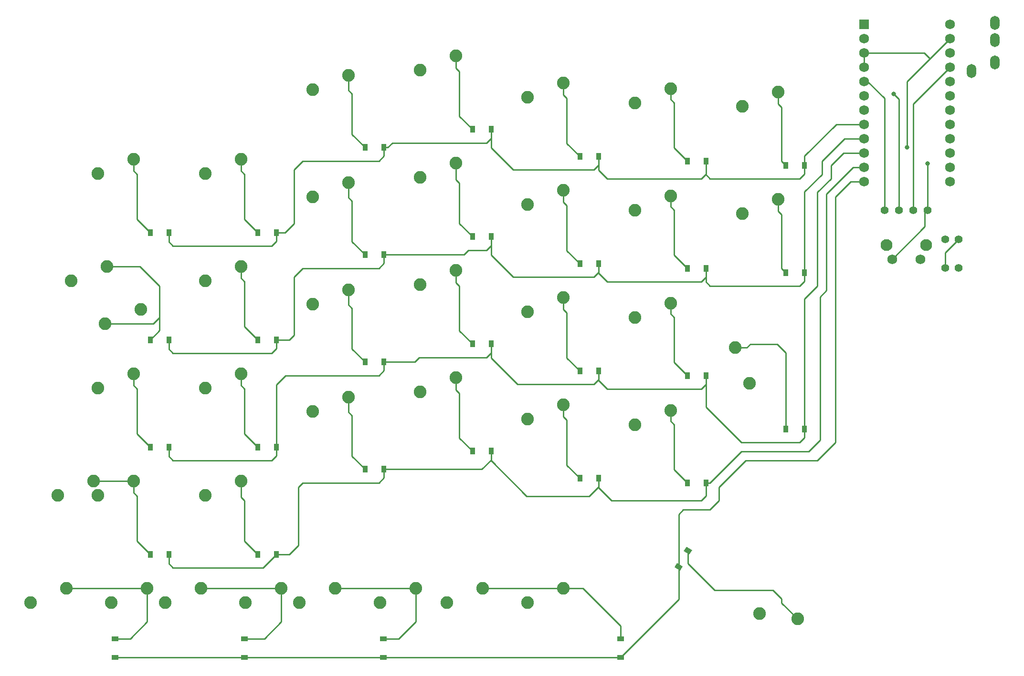
<source format=gbl>
G04 #@! TF.GenerationSoftware,KiCad,Pcbnew,5.1.10*
G04 #@! TF.CreationDate,2021-08-07T14:45:58-04:00*
G04 #@! TF.ProjectId,v05_left,7630355f-6c65-4667-942e-6b696361645f,rev?*
G04 #@! TF.SameCoordinates,Original*
G04 #@! TF.FileFunction,Copper,L2,Bot*
G04 #@! TF.FilePolarity,Positive*
%FSLAX46Y46*%
G04 Gerber Fmt 4.6, Leading zero omitted, Abs format (unit mm)*
G04 Created by KiCad (PCBNEW 5.1.10) date 2021-08-07 14:45:58*
%MOMM*%
%LPD*%
G01*
G04 APERTURE LIST*
G04 #@! TA.AperFunction,ComponentPad*
%ADD10C,2.250000*%
G04 #@! TD*
G04 #@! TA.AperFunction,SMDPad,CuDef*
%ADD11R,0.900000X1.200000*%
G04 #@! TD*
G04 #@! TA.AperFunction,ComponentPad*
%ADD12R,1.752600X1.752600*%
G04 #@! TD*
G04 #@! TA.AperFunction,ComponentPad*
%ADD13C,1.752600*%
G04 #@! TD*
G04 #@! TA.AperFunction,ComponentPad*
%ADD14O,1.700000X2.500000*%
G04 #@! TD*
G04 #@! TA.AperFunction,ComponentPad*
%ADD15C,2.100000*%
G04 #@! TD*
G04 #@! TA.AperFunction,ComponentPad*
%ADD16C,1.750000*%
G04 #@! TD*
G04 #@! TA.AperFunction,SMDPad,CuDef*
%ADD17C,0.100000*%
G04 #@! TD*
G04 #@! TA.AperFunction,SMDPad,CuDef*
%ADD18R,1.200000X0.900000*%
G04 #@! TD*
G04 #@! TA.AperFunction,ComponentPad*
%ADD19C,1.397000*%
G04 #@! TD*
G04 #@! TA.AperFunction,ViaPad*
%ADD20C,0.800000*%
G04 #@! TD*
G04 #@! TA.AperFunction,Conductor*
%ADD21C,0.250000*%
G04 #@! TD*
G04 APERTURE END LIST*
D10*
X-87153750Y-110013750D03*
X-93503750Y-112553750D03*
X-113347500Y-110013750D03*
X-119697500Y-112553750D03*
X-137160000Y-110013750D03*
X-143510000Y-112553750D03*
X-160972500Y-110013750D03*
X-167322500Y-112553750D03*
X-156210000Y-90963750D03*
X-162560000Y-93503750D03*
X-153828750Y-52863750D03*
X-160178750Y-55403750D03*
X-31328295Y-115488591D03*
X-38097557Y-114513295D03*
X-72866250Y-110013750D03*
X-79216250Y-112553750D03*
X-34766250Y-40957500D03*
X-41116250Y-43497500D03*
D11*
X-33400000Y-53975000D03*
X-30100000Y-53975000D03*
D12*
X-19526250Y-9842500D03*
D13*
X-19526250Y-12382500D03*
X-19526250Y-14922500D03*
X-19526250Y-17462500D03*
X-19526250Y-20002500D03*
X-19526250Y-22542500D03*
X-19526250Y-25082500D03*
X-19526250Y-27622500D03*
X-19526250Y-30162500D03*
X-19526250Y-32702500D03*
X-19526250Y-35242500D03*
X-4286250Y-37782500D03*
X-4286250Y-35242500D03*
X-4286250Y-32702500D03*
X-4286250Y-30162500D03*
X-4286250Y-27622500D03*
X-4286250Y-25082500D03*
X-4286250Y-22542500D03*
X-4286250Y-20002500D03*
X-4286250Y-17462500D03*
X-4286250Y-14922500D03*
X-4286250Y-12382500D03*
X-19526250Y-37782500D03*
X-4286250Y-9842500D03*
D14*
X-512500Y-18150000D03*
X3687500Y-16650000D03*
X3687500Y-12650000D03*
X3687500Y-9650000D03*
D15*
X-8525000Y-49103750D03*
D16*
X-9525000Y-51593750D03*
X-14525000Y-51593750D03*
D15*
X-15535000Y-49103750D03*
G04 #@! TA.AperFunction,SMDPad,CuDef*
D17*
G36*
X-50474135Y-104035769D02*
G01*
X-51513365Y-103435769D01*
X-51063365Y-102656347D01*
X-50024135Y-103256347D01*
X-50474135Y-104035769D01*
G37*
G04 #@! TD.AperFunction*
G04 #@! TA.AperFunction,SMDPad,CuDef*
G36*
X-52124135Y-106893653D02*
G01*
X-53163365Y-106293653D01*
X-52713365Y-105514231D01*
X-51674135Y-106114231D01*
X-52124135Y-106893653D01*
G37*
G04 #@! TD.AperFunction*
D18*
X-62706250Y-119000000D03*
X-62706250Y-122300000D03*
X-104775000Y-119000000D03*
X-104775000Y-122300000D03*
X-129381250Y-119000000D03*
X-129381250Y-122300000D03*
X-152400000Y-119000000D03*
X-152400000Y-122300000D03*
D11*
X-50862500Y-91281250D03*
X-47562500Y-91281250D03*
X-69912500Y-90487500D03*
X-66612500Y-90487500D03*
X-88962500Y-85650000D03*
X-85662500Y-85650000D03*
X-108012500Y-88900000D03*
X-104712500Y-88900000D03*
X-127062500Y-103981250D03*
X-123762500Y-103981250D03*
X-146112500Y-103981250D03*
X-142812500Y-103981250D03*
X-33400000Y-81756250D03*
X-30100000Y-81756250D03*
X-50862500Y-72231250D03*
X-47562500Y-72231250D03*
X-69912500Y-71437500D03*
X-66612500Y-71437500D03*
X-88962500Y-66600000D03*
X-85662500Y-66600000D03*
X-108012500Y-69850000D03*
X-104712500Y-69850000D03*
X-127062500Y-84931250D03*
X-123762500Y-84931250D03*
X-146112500Y-84931250D03*
X-142812500Y-84931250D03*
X-50862500Y-53181250D03*
X-47562500Y-53181250D03*
X-69912500Y-52387500D03*
X-66612500Y-52387500D03*
X-88962500Y-47550000D03*
X-85662500Y-47550000D03*
X-108012500Y-50800000D03*
X-104712500Y-50800000D03*
X-127062500Y-65881250D03*
X-123762500Y-65881250D03*
X-146112500Y-65881250D03*
X-142812500Y-65881250D03*
X-33400000Y-34925000D03*
X-30100000Y-34925000D03*
X-50862500Y-34131250D03*
X-47562500Y-34131250D03*
X-69912500Y-33337500D03*
X-66612500Y-33337500D03*
X-88962500Y-28500000D03*
X-85662500Y-28500000D03*
X-108012500Y-31750000D03*
X-104712500Y-31750000D03*
X-127062500Y-46831250D03*
X-123762500Y-46831250D03*
X-146112500Y-46831250D03*
X-142812500Y-46831250D03*
D10*
X-122872500Y-110013750D03*
X-129222500Y-112553750D03*
X-110966250Y-18923000D03*
X-117316250Y-21463000D03*
X-42386250Y-67310000D03*
X-39846250Y-73660000D03*
X-53816250Y-40386000D03*
X-60166250Y-42926000D03*
X-110966250Y-37973000D03*
X-117316250Y-40513000D03*
X-53816250Y-21336000D03*
X-60166250Y-23876000D03*
D19*
X-2757500Y-48086250D03*
X-2757500Y-53166250D03*
X-5138750Y-53166250D03*
X-5138750Y-48086250D03*
X-8255000Y-42862500D03*
X-10795000Y-42862500D03*
X-13335000Y-42862500D03*
X-15875000Y-42862500D03*
D10*
X-99060000Y-110013750D03*
X-105410000Y-112553750D03*
X-146685000Y-110013750D03*
X-153035000Y-112553750D03*
X-53816250Y-78486000D03*
X-60166250Y-81026000D03*
X-72866250Y-77470000D03*
X-79216250Y-80010000D03*
X-91916250Y-72600750D03*
X-98266250Y-75140750D03*
X-110966250Y-76073000D03*
X-117316250Y-78613000D03*
X-130016250Y-90963750D03*
X-136366250Y-93503750D03*
X-149066250Y-90963750D03*
X-155416250Y-93503750D03*
X-53816250Y-59436000D03*
X-60166250Y-61976000D03*
X-72866250Y-58420000D03*
X-79216250Y-60960000D03*
X-91916250Y-53550750D03*
X-98266250Y-56090750D03*
X-110966250Y-57023000D03*
X-117316250Y-59563000D03*
X-130016250Y-71913750D03*
X-136366250Y-74453750D03*
X-149066250Y-71913750D03*
X-155416250Y-74453750D03*
X-72866250Y-39370000D03*
X-79216250Y-41910000D03*
X-91916250Y-34500750D03*
X-98266250Y-37040750D03*
X-130016250Y-52863750D03*
X-136366250Y-55403750D03*
X-154146250Y-63023750D03*
X-147796250Y-60483750D03*
X-34766250Y-21907500D03*
X-41116250Y-24447500D03*
X-72866250Y-20320000D03*
X-79216250Y-22860000D03*
X-91916250Y-15450750D03*
X-98266250Y-17990750D03*
X-130016250Y-33813750D03*
X-136366250Y-36353750D03*
X-149066250Y-33813750D03*
X-155416250Y-36353750D03*
D20*
X-14287500Y-22225000D03*
X-8255000Y-34607500D03*
X-11906250Y-31750000D03*
D21*
X-149066250Y-33813750D02*
X-149066250Y-35877500D01*
X-149066250Y-35877500D02*
X-148431250Y-36512500D01*
X-148431250Y-44512500D02*
X-146112500Y-46831250D01*
X-148431250Y-36512500D02*
X-148431250Y-44512500D01*
X-142812500Y-46831250D02*
X-142812500Y-48481250D01*
X-142812500Y-48481250D02*
X-142081250Y-49212500D01*
X-142081250Y-49212500D02*
X-124618750Y-49212500D01*
X-123762500Y-48356250D02*
X-123762500Y-46831250D01*
X-124618750Y-49212500D02*
X-123762500Y-48356250D01*
X-123762500Y-46831250D02*
X-122237500Y-46831250D01*
X-122237500Y-46831250D02*
X-120650000Y-45243750D01*
X-120650000Y-45243750D02*
X-120650000Y-35718750D01*
X-120650000Y-35718750D02*
X-119062500Y-34131250D01*
X-119062500Y-34131250D02*
X-105568750Y-34131250D01*
X-104712500Y-33275000D02*
X-104712500Y-31750000D01*
X-105568750Y-34131250D02*
X-104712500Y-33275000D01*
X-104712500Y-31750000D02*
X-103981250Y-31750000D01*
X-103981250Y-31750000D02*
X-103187500Y-30956250D01*
X-103187500Y-30956250D02*
X-86518750Y-30956250D01*
X-85662500Y-30100000D02*
X-85662500Y-28500000D01*
X-86518750Y-30956250D02*
X-85662500Y-30100000D01*
X-66612500Y-34862500D02*
X-66612500Y-33337500D01*
X-67468750Y-35718750D02*
X-66612500Y-34862500D01*
X-85662500Y-31812500D02*
X-81756250Y-35718750D01*
X-81756250Y-35718750D02*
X-67468750Y-35718750D01*
X-85662500Y-30100000D02*
X-85662500Y-31812500D01*
X-66612500Y-34862500D02*
X-66612500Y-35781250D01*
X-66612500Y-35781250D02*
X-65087500Y-37306250D01*
X-65087500Y-37306250D02*
X-48418750Y-37306250D01*
X-47562500Y-36450000D02*
X-47562500Y-34131250D01*
X-48418750Y-37306250D02*
X-47562500Y-36450000D01*
X-47562500Y-36450000D02*
X-47562500Y-36575000D01*
X-47562500Y-36575000D02*
X-46831250Y-37306250D01*
X-46831250Y-37306250D02*
X-30956250Y-37306250D01*
X-30100000Y-36450000D02*
X-30100000Y-34925000D01*
X-30956250Y-37306250D02*
X-30100000Y-36450000D01*
X-30100000Y-34925000D02*
X-30100000Y-33275000D01*
X-24447500Y-27622500D02*
X-19526250Y-27622500D01*
X-30100000Y-33275000D02*
X-24447500Y-27622500D01*
X-130016250Y-33813750D02*
X-130016250Y-35877500D01*
X-130016250Y-35877500D02*
X-129381250Y-36512500D01*
X-129381250Y-44512500D02*
X-127062500Y-46831250D01*
X-129381250Y-36512500D02*
X-129381250Y-44512500D01*
X-110966250Y-18923000D02*
X-110966250Y-21590000D01*
X-110966250Y-21590000D02*
X-110331250Y-22225000D01*
X-110331250Y-29431250D02*
X-108012500Y-31750000D01*
X-110331250Y-22225000D02*
X-110331250Y-29431250D01*
X-91281250Y-18256250D02*
X-91281250Y-26181250D01*
X-91916250Y-17621250D02*
X-91281250Y-18256250D01*
X-91281250Y-26181250D02*
X-88962500Y-28500000D01*
X-91916250Y-15450750D02*
X-91916250Y-17621250D01*
X-72866250Y-20320000D02*
X-72866250Y-22383750D01*
X-72866250Y-22383750D02*
X-72231250Y-23018750D01*
X-72231250Y-31018750D02*
X-69912500Y-33337500D01*
X-72231250Y-23018750D02*
X-72231250Y-31018750D01*
X-53816250Y-21336000D02*
X-53816250Y-23177500D01*
X-53816250Y-23177500D02*
X-53181250Y-23812500D01*
X-53181250Y-31812500D02*
X-50862500Y-34131250D01*
X-53181250Y-23812500D02*
X-53181250Y-31812500D01*
X-34766250Y-21907500D02*
X-34766250Y-23971250D01*
X-34766250Y-23971250D02*
X-34131250Y-24606250D01*
X-34131250Y-34193750D02*
X-33400000Y-34925000D01*
X-34131250Y-24606250D02*
X-34131250Y-34193750D01*
X-144462500Y-64231250D02*
X-146112500Y-65881250D01*
X-147955000Y-52863750D02*
X-144462500Y-56356250D01*
X-153828750Y-52863750D02*
X-147955000Y-52863750D01*
X-154146250Y-63023750D02*
X-145573750Y-63023750D01*
X-145573750Y-63023750D02*
X-144462500Y-61912500D01*
X-144462500Y-61912500D02*
X-144462500Y-64231250D01*
X-144462500Y-56356250D02*
X-144462500Y-61912500D01*
X-124618750Y-68262500D02*
X-123762500Y-67406250D01*
X-142081250Y-68262500D02*
X-124618750Y-68262500D01*
X-142812500Y-67531250D02*
X-142081250Y-68262500D01*
X-123762500Y-67406250D02*
X-123762500Y-65881250D01*
X-142812500Y-65881250D02*
X-142812500Y-67531250D01*
X-104712500Y-52325000D02*
X-104712500Y-50800000D01*
X-105568750Y-53181250D02*
X-104712500Y-52325000D01*
X-119062500Y-53181250D02*
X-105568750Y-53181250D01*
X-120650000Y-54768750D02*
X-119062500Y-53181250D01*
X-120650000Y-65087500D02*
X-120650000Y-54768750D01*
X-121443750Y-65881250D02*
X-120650000Y-65087500D01*
X-123762500Y-65881250D02*
X-121443750Y-65881250D01*
X-104712500Y-50800000D02*
X-90487500Y-50800000D01*
X-90487500Y-50800000D02*
X-89693750Y-50006250D01*
X-89693750Y-50006250D02*
X-86518750Y-50006250D01*
X-85662500Y-49150000D02*
X-85662500Y-47550000D01*
X-86518750Y-50006250D02*
X-85662500Y-49150000D01*
X-66612500Y-53912500D02*
X-66612500Y-52387500D01*
X-67468750Y-54768750D02*
X-66612500Y-53912500D01*
X-81756250Y-54768750D02*
X-67468750Y-54768750D01*
X-85662500Y-50862500D02*
X-81756250Y-54768750D01*
X-85662500Y-49150000D02*
X-85662500Y-50862500D01*
X-66612500Y-53912500D02*
X-66612500Y-54037500D01*
X-66612500Y-54037500D02*
X-65087500Y-55562500D01*
X-65087500Y-55562500D02*
X-48418750Y-55562500D01*
X-47562500Y-54706250D02*
X-47562500Y-53181250D01*
X-48418750Y-55562500D02*
X-47562500Y-54706250D01*
X-47562500Y-54706250D02*
X-47562500Y-55625000D01*
X-47562500Y-55625000D02*
X-46831250Y-56356250D01*
X-46831250Y-56356250D02*
X-30956250Y-56356250D01*
X-30100000Y-55500000D02*
X-30100000Y-53975000D01*
X-30956250Y-56356250D02*
X-30100000Y-55500000D01*
X-30100000Y-53975000D02*
X-30100000Y-39625000D01*
X-30100000Y-39625000D02*
X-26987500Y-36512500D01*
X-26987500Y-36512500D02*
X-26987500Y-34131250D01*
X-23018750Y-30162500D02*
X-19526250Y-30162500D01*
X-26987500Y-34131250D02*
X-23018750Y-30162500D01*
X-130016250Y-52863750D02*
X-130016250Y-54927500D01*
X-130016250Y-54927500D02*
X-129381250Y-55562500D01*
X-129381250Y-63562500D02*
X-127062500Y-65881250D01*
X-129381250Y-55562500D02*
X-129381250Y-63562500D01*
X-110966250Y-37973000D02*
X-110966250Y-40640000D01*
X-110966250Y-40640000D02*
X-110331250Y-41275000D01*
X-110331250Y-48481250D02*
X-108012500Y-50800000D01*
X-110331250Y-41275000D02*
X-110331250Y-48481250D01*
X-91916250Y-34500750D02*
X-91916250Y-37465000D01*
X-91916250Y-37465000D02*
X-91281250Y-38100000D01*
X-91281250Y-45231250D02*
X-88962500Y-47550000D01*
X-91281250Y-38100000D02*
X-91281250Y-45231250D01*
X-72866250Y-39370000D02*
X-72866250Y-41433750D01*
X-72866250Y-41433750D02*
X-72231250Y-42068750D01*
X-72231250Y-50068750D02*
X-69912500Y-52387500D01*
X-72231250Y-42068750D02*
X-72231250Y-50068750D01*
X-53816250Y-40386000D02*
X-53816250Y-42227500D01*
X-53816250Y-42227500D02*
X-53181250Y-42862500D01*
X-53181250Y-50862500D02*
X-50862500Y-53181250D01*
X-53181250Y-42862500D02*
X-53181250Y-50862500D01*
X-149066250Y-71913750D02*
X-149066250Y-73977500D01*
X-149066250Y-73977500D02*
X-148431250Y-74612500D01*
X-148431250Y-82612500D02*
X-146112500Y-84931250D01*
X-148431250Y-74612500D02*
X-148431250Y-82612500D01*
X-123762500Y-86456250D02*
X-123762500Y-84931250D01*
X-124618750Y-87312500D02*
X-123762500Y-86456250D01*
X-142081250Y-87312500D02*
X-124618750Y-87312500D01*
X-142812500Y-86581250D02*
X-142081250Y-87312500D01*
X-142812500Y-84931250D02*
X-142812500Y-86581250D01*
X-104712500Y-71375000D02*
X-104712500Y-69850000D01*
X-105568750Y-72231250D02*
X-104712500Y-71375000D01*
X-122112500Y-72231250D02*
X-105568750Y-72231250D01*
X-123762500Y-73881250D02*
X-122112500Y-72231250D01*
X-123762500Y-84931250D02*
X-123762500Y-73881250D01*
X-85662500Y-68200000D02*
X-85662500Y-66600000D01*
X-86518750Y-69056250D02*
X-85662500Y-68200000D01*
X-99218750Y-69850000D02*
X-98425000Y-69056250D01*
X-98425000Y-69056250D02*
X-86518750Y-69056250D01*
X-104712500Y-69850000D02*
X-99218750Y-69850000D01*
X-66612500Y-72962500D02*
X-66612500Y-71437500D01*
X-67468750Y-73818750D02*
X-66612500Y-72962500D01*
X-80962500Y-73818750D02*
X-67468750Y-73818750D01*
X-85662500Y-69118750D02*
X-80962500Y-73818750D01*
X-85662500Y-68200000D02*
X-85662500Y-69118750D01*
X-47562500Y-73756250D02*
X-47562500Y-72231250D01*
X-48418750Y-74612500D02*
X-47562500Y-73756250D01*
X-65087500Y-74612500D02*
X-48418750Y-74612500D01*
X-66612500Y-73087500D02*
X-65087500Y-74612500D01*
X-66612500Y-72962500D02*
X-66612500Y-73087500D01*
X-30100000Y-83281250D02*
X-30100000Y-81756250D01*
X-30956250Y-84137500D02*
X-30100000Y-83281250D01*
X-41275000Y-84137500D02*
X-30956250Y-84137500D01*
X-47562500Y-77850000D02*
X-41275000Y-84137500D01*
X-47562500Y-73756250D02*
X-47562500Y-77850000D01*
X-30100000Y-81756250D02*
X-30100000Y-58675000D01*
X-30100000Y-58675000D02*
X-27781250Y-56356250D01*
X-27781250Y-56356250D02*
X-27781250Y-39687500D01*
X-27781250Y-39687500D02*
X-25400000Y-37306250D01*
X-25400000Y-37306250D02*
X-25400000Y-34925000D01*
X-23177500Y-32702500D02*
X-19526250Y-32702500D01*
X-25400000Y-34925000D02*
X-23177500Y-32702500D01*
X-129381250Y-74612500D02*
X-129381250Y-82612500D01*
X-130016250Y-73977500D02*
X-129381250Y-74612500D01*
X-129381250Y-82612500D02*
X-127062500Y-84931250D01*
X-130016250Y-71913750D02*
X-130016250Y-73977500D01*
X-110966250Y-57023000D02*
X-110966250Y-59690000D01*
X-110966250Y-59690000D02*
X-110331250Y-60325000D01*
X-110331250Y-67531250D02*
X-108012500Y-69850000D01*
X-110331250Y-60325000D02*
X-110331250Y-67531250D01*
X-91916250Y-53550750D02*
X-91916250Y-55721250D01*
X-91916250Y-55721250D02*
X-91281250Y-56356250D01*
X-91281250Y-64281250D02*
X-88962500Y-66600000D01*
X-91281250Y-56356250D02*
X-91281250Y-64281250D01*
X-72866250Y-58420000D02*
X-72866250Y-60483750D01*
X-72866250Y-60483750D02*
X-72231250Y-61118750D01*
X-72231250Y-69118750D02*
X-69912500Y-71437500D01*
X-72231250Y-61118750D02*
X-72231250Y-69118750D01*
X-53816250Y-59436000D02*
X-53816250Y-61277500D01*
X-53816250Y-61277500D02*
X-53181250Y-61912500D01*
X-53181250Y-69912500D02*
X-50862500Y-72231250D01*
X-53181250Y-61912500D02*
X-53181250Y-69912500D01*
X-33400000Y-68200000D02*
X-33400000Y-81756250D01*
X-34925000Y-66675000D02*
X-33400000Y-68200000D01*
X-39687500Y-66675000D02*
X-34925000Y-66675000D01*
X-40322500Y-67310000D02*
X-39687500Y-66675000D01*
X-42386250Y-67310000D02*
X-40322500Y-67310000D01*
X-149066250Y-90963750D02*
X-149066250Y-93027500D01*
X-149066250Y-93027500D02*
X-148431250Y-93662500D01*
X-148431250Y-101662500D02*
X-146112500Y-103981250D01*
X-148431250Y-93662500D02*
X-148431250Y-101662500D01*
X-149066250Y-90963750D02*
X-156210000Y-90963750D01*
X-126143750Y-106362500D02*
X-123762500Y-103981250D01*
X-142081250Y-106362500D02*
X-126143750Y-106362500D01*
X-142812500Y-105631250D02*
X-142081250Y-106362500D01*
X-142812500Y-103981250D02*
X-142812500Y-105631250D01*
X-104712500Y-90425000D02*
X-104712500Y-88900000D01*
X-105568750Y-91281250D02*
X-104712500Y-90425000D01*
X-119062500Y-91281250D02*
X-105568750Y-91281250D01*
X-119856250Y-92075000D02*
X-119062500Y-91281250D01*
X-119856250Y-102393750D02*
X-119856250Y-92075000D01*
X-121443750Y-103981250D02*
X-119856250Y-102393750D01*
X-123762500Y-103981250D02*
X-121443750Y-103981250D01*
X-104712500Y-88900000D02*
X-87312500Y-88900000D01*
X-85662500Y-87250000D02*
X-85662500Y-85650000D01*
X-87312500Y-88900000D02*
X-85662500Y-87250000D01*
X-66612500Y-92012500D02*
X-66612500Y-90487500D01*
X-68262500Y-93662500D02*
X-66612500Y-92012500D01*
X-79375000Y-93662500D02*
X-68262500Y-93662500D01*
X-85662500Y-87375000D02*
X-79375000Y-93662500D01*
X-85662500Y-87250000D02*
X-85662500Y-87375000D01*
X-47562500Y-93600000D02*
X-47562500Y-91281250D01*
X-48418750Y-94456250D02*
X-47562500Y-93600000D01*
X-64293750Y-94456250D02*
X-48418750Y-94456250D01*
X-66612500Y-92137500D02*
X-64293750Y-94456250D01*
X-66612500Y-92012500D02*
X-66612500Y-92137500D01*
X-21441574Y-35242500D02*
X-19526250Y-35242500D01*
X-27331240Y-83687490D02*
X-27331240Y-58287490D01*
X-29368750Y-85725000D02*
X-27331240Y-83687490D01*
X-26193750Y-39994676D02*
X-21441574Y-35242500D01*
X-27331240Y-58287490D02*
X-26193750Y-57150000D01*
X-41275000Y-85725000D02*
X-29368750Y-85725000D01*
X-26193750Y-57150000D02*
X-26193750Y-39994676D01*
X-46831250Y-91281250D02*
X-41275000Y-85725000D01*
X-47562500Y-91281250D02*
X-46831250Y-91281250D01*
X-130016250Y-90963750D02*
X-130016250Y-93821250D01*
X-130016250Y-93821250D02*
X-129381250Y-94456250D01*
X-129381250Y-101662500D02*
X-127062500Y-103981250D01*
X-129381250Y-94456250D02*
X-129381250Y-101662500D01*
X-110966250Y-76073000D02*
X-110966250Y-78740000D01*
X-110966250Y-78740000D02*
X-110331250Y-79375000D01*
X-110331250Y-86581250D02*
X-108012500Y-88900000D01*
X-110331250Y-79375000D02*
X-110331250Y-86581250D01*
X-91916250Y-72600750D02*
X-91916250Y-74771250D01*
X-91916250Y-74771250D02*
X-91281250Y-75406250D01*
X-91281250Y-83331250D02*
X-88962500Y-85650000D01*
X-91281250Y-75406250D02*
X-91281250Y-83331250D01*
X-72866250Y-77470000D02*
X-72866250Y-79533750D01*
X-72866250Y-79533750D02*
X-72231250Y-80168750D01*
X-72231250Y-88168750D02*
X-69912500Y-90487500D01*
X-72231250Y-80168750D02*
X-72231250Y-88168750D01*
X-53816250Y-78486000D02*
X-53816250Y-80327500D01*
X-53816250Y-80327500D02*
X-53181250Y-80962500D01*
X-53181250Y-88962500D02*
X-50862500Y-91281250D01*
X-53181250Y-80962500D02*
X-53181250Y-88962500D01*
X-146685000Y-110013750D02*
X-160972500Y-110013750D01*
X-149699276Y-119000000D02*
X-152400000Y-119000000D01*
X-146685000Y-115985724D02*
X-149699276Y-119000000D01*
X-146685000Y-110013750D02*
X-146685000Y-115985724D01*
X-24606250Y-40481250D02*
X-21907500Y-37782500D01*
X-24606250Y-84137500D02*
X-24606250Y-40481250D01*
X-27781250Y-87312500D02*
X-24606250Y-84137500D01*
X-40481250Y-87312500D02*
X-27781250Y-87312500D01*
X-21907500Y-37782500D02*
X-19526250Y-37782500D01*
X-45243750Y-92075000D02*
X-40481250Y-87312500D01*
X-45243750Y-94456250D02*
X-45243750Y-92075000D01*
X-51593750Y-96043750D02*
X-46831250Y-96043750D01*
X-52418750Y-96868750D02*
X-51593750Y-96043750D01*
X-46831250Y-96043750D02*
X-45243750Y-94456250D01*
X-52418750Y-106203942D02*
X-52418750Y-96868750D01*
X-152400000Y-122300000D02*
X-129381250Y-122300000D01*
X-129381250Y-122300000D02*
X-104775000Y-122300000D01*
X-104775000Y-122300000D02*
X-62706250Y-122300000D01*
X-52418750Y-112012500D02*
X-52418750Y-106203942D01*
X-62706250Y-122300000D02*
X-52418750Y-112012500D01*
X-122872500Y-110013750D02*
X-137160000Y-110013750D01*
X-122872500Y-110013750D02*
X-122872500Y-115985724D01*
X-125886776Y-119000000D02*
X-129381250Y-119000000D01*
X-122872500Y-115985724D02*
X-125886776Y-119000000D01*
X-99060000Y-110013750D02*
X-113347500Y-110013750D01*
X-102074276Y-119000000D02*
X-104775000Y-119000000D01*
X-99060000Y-115985724D02*
X-102074276Y-119000000D01*
X-99060000Y-110013750D02*
X-99060000Y-115985724D01*
X-72866250Y-110013750D02*
X-87153750Y-110013750D01*
X-72866250Y-110013750D02*
X-69373750Y-110013750D01*
X-62706250Y-116681250D02*
X-62706250Y-119000000D01*
X-69373750Y-110013750D02*
X-62706250Y-116681250D01*
X-31328295Y-115488591D02*
X-34131250Y-112685636D01*
X-34131250Y-112685636D02*
X-34131250Y-111918750D01*
X-34131250Y-111918750D02*
X-35718750Y-110331250D01*
X-35718750Y-110331250D02*
X-46037500Y-110331250D01*
X-50768750Y-105600000D02*
X-50768750Y-103346058D01*
X-46037500Y-110331250D02*
X-50768750Y-105600000D01*
X-5138750Y-50467500D02*
X-2757500Y-48086250D01*
X-5138750Y-53166250D02*
X-5138750Y-50467500D01*
X-10795000Y-23971250D02*
X-4286250Y-17462500D01*
X-10795000Y-42862500D02*
X-10795000Y-23971250D01*
X-18891250Y-20002500D02*
X-19526250Y-20002500D01*
X-15875000Y-23018750D02*
X-18891250Y-20002500D01*
X-15875000Y-42862500D02*
X-15875000Y-23018750D01*
X-13335000Y-42862500D02*
X-13335000Y-23177500D01*
X-13335000Y-23177500D02*
X-14287500Y-22225000D01*
X-14287500Y-22225000D02*
X-14287500Y-22225000D01*
X-14525000Y-51593750D02*
X-8731250Y-45800000D01*
X-8731250Y-43338750D02*
X-8255000Y-42862500D01*
X-8731250Y-45800000D02*
X-8731250Y-43338750D01*
X-19526250Y-17462500D02*
X-19526250Y-14922500D01*
X-8255000Y-42862500D02*
X-8255000Y-34607500D01*
X-8255000Y-34607500D02*
X-8255000Y-34607500D01*
X-11906250Y-31750000D02*
X-11906250Y-20002500D01*
X-8890000Y-14922500D02*
X-7858125Y-15954375D01*
X-19526250Y-14922500D02*
X-8890000Y-14922500D01*
X-7858125Y-15954375D02*
X-4286250Y-12382500D01*
X-11906250Y-20002500D02*
X-7858125Y-15954375D01*
X-34766250Y-40957500D02*
X-34766250Y-43021250D01*
X-34766250Y-43021250D02*
X-34131250Y-43656250D01*
X-34131250Y-53243750D02*
X-33400000Y-53975000D01*
X-34131250Y-43656250D02*
X-34131250Y-53243750D01*
M02*

</source>
